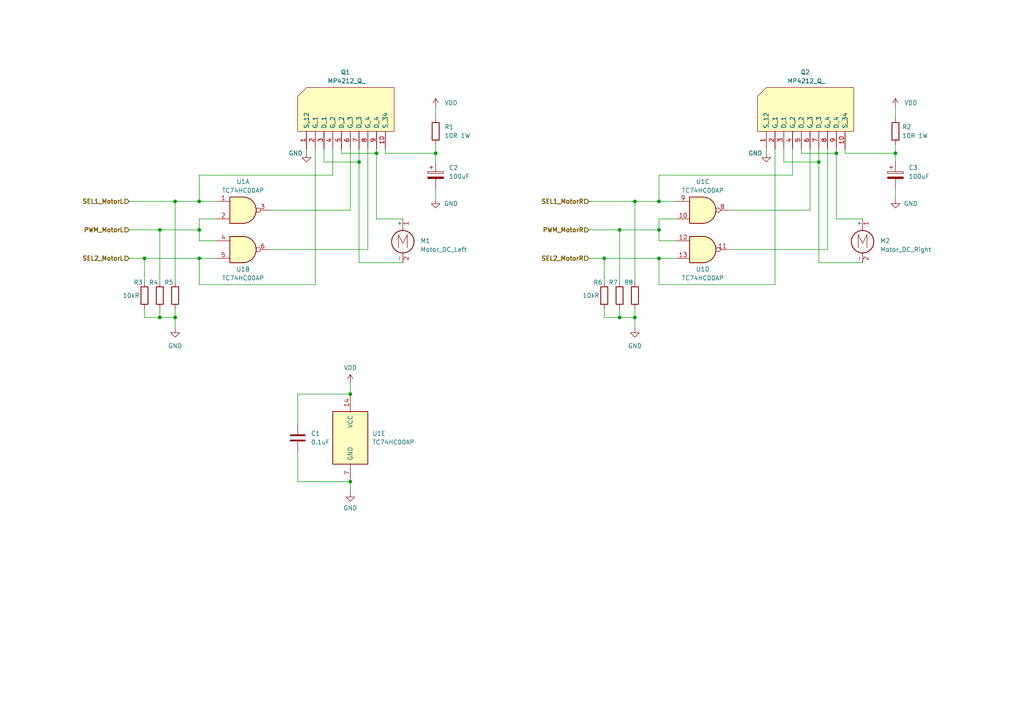
<source format=kicad_sch>
(kicad_sch (version 20230121) (generator eeschema)
  (paper "A4")
  (title_block (title "LineTracer-Practice-MotorDrive") (date "2023-06-18") (rev "ALPHA") (company "KCCTD4-8") (comment 1 "*Unless otherwise noted, resistors used are 1/4W resistors.") (comment 2 ">>>UNCHECKED CIRCUIT<<<"))
  (lib_symbols
    (symbol "74xx:74HC00" (pin_names (offset 1.016))
      (property "Reference" "U" (at 0 1.27 0))
      (property "Value" "74HC00" (at 0 -1.27 0))
      (symbol "74HC00_1_1"
        (arc (start 0 -3.81) (mid 3.7934 0) (end 0 3.81) (stroke (width 0.254)) (fill (type background)))
        (polyline (pts (xy 0 3.81) (xy -3.81 3.81) (xy -3.81 -3.81) (xy 0 -3.81)) (stroke (width 0.254)) (fill (type background)))
        (pin input line (at -7.62 2.54 0) (length 3.81) (name "~") (number "1"))
        (pin input line (at -7.62 -2.54 0) (length 3.81) (name "~") (number "2"))
        (pin output inverted (at 7.62 0 180) (length 3.81) (name "~") (number "3"))
      )
      (symbol "74HC00_1_2"
        (arc (start -3.81 -3.81) (mid -2.589 0) (end -3.81 3.81) (stroke (width 0.254)))
        (arc (start -0.6096 -3.81) (mid 2.1842 -2.5851) (end 3.81 0) (stroke (width 0.254)) (fill (type background)))
        (polyline (pts (xy -3.81 -3.81) (xy -0.635 -3.81)) (stroke (width 0.254)) (fill (type background)))
        (polyline (pts (xy -3.81 3.81) (xy -0.635 3.81)) (stroke (width 0.254)) (fill (type background)))
        (polyline (pts (xy -0.635 3.81) (xy -3.81 3.81) (xy -3.81 3.81) (xy -3.556 3.4036) (xy -3.0226 2.2606) (xy -2.6924 1.0414) (xy -2.6162 -0.254) (xy -2.7686 -1.4986) (xy -3.175 -2.7178) (xy -3.81 -3.81) (xy -3.81 -3.81) (xy -0.635 -3.81)) (stroke (width -25.4)) (fill (type background)))
        (arc (start 3.81 0) (mid 2.1915 2.5936) (end -0.6096 3.81) (stroke (width 0.254)) (fill (type background)))
        (pin input inverted (at -7.62 2.54 0) (length 4.318) (name "~") (number "1"))
        (pin input inverted (at -7.62 -2.54 0) (length 4.318) (name "~") (number "2"))
        (pin output line (at 7.62 0 180) (length 3.81) (name "~") (number "3"))
      )
      (symbol "74HC00_2_1"
        (arc (start 0 -3.81) (mid 3.7934 0) (end 0 3.81) (stroke (width 0.254)) (fill (type background)))
        (polyline (pts (xy 0 3.81) (xy -3.81 3.81) (xy -3.81 -3.81) (xy 0 -3.81)) (stroke (width 0.254)) (fill (type background)))
        (pin input line (at -7.62 2.54 0) (length 3.81) (name "~") (number "4"))
        (pin input line (at -7.62 -2.54 0) (length 3.81) (name "~") (number "5"))
        (pin output inverted (at 7.62 0 180) (length 3.81) (name "~") (number "6"))
      )
      (symbol "74HC00_2_2"
        (arc (start -3.81 -3.81) (mid -2.589 0) (end -3.81 3.81) (stroke (width 0.254)))
        (arc (start -0.6096 -3.81) (mid 2.1842 -2.5851) (end 3.81 0) (stroke (width 0.254)) (fill (type background)))
        (polyline (pts (xy -3.81 -3.81) (xy -0.635 -3.81)) (stroke (width 0.254)) (fill (type background)))
        (polyline (pts (xy -3.81 3.81) (xy -0.635 3.81)) (stroke (width 0.254)) (fill (type background)))
        (polyline (pts (xy -0.635 3.81) (xy -3.81 3.81) (xy -3.81 3.81) (xy -3.556 3.4036) (xy -3.0226 2.2606) (xy -2.6924 1.0414) (xy -2.6162 -0.254) (xy -2.7686 -1.4986) (xy -3.175 -2.7178) (xy -3.81 -3.81) (xy -3.81 -3.81) (xy -0.635 -3.81)) (stroke (width -25.4)) (fill (type background)))
        (arc (start 3.81 0) (mid 2.1915 2.5936) (end -0.6096 3.81) (stroke (width 0.254)) (fill (type background)))
        (pin input inverted (at -7.62 2.54 0) (length 4.318) (name "~") (number "4"))
        (pin input inverted (at -7.62 -2.54 0) (length 4.318) (name "~") (number "5"))
        (pin output line (at 7.62 0 180) (length 3.81) (name "~") (number "6"))
      )
      (symbol "74HC00_3_1"
        (arc (start 0 -3.81) (mid 3.7934 0) (end 0 3.81) (stroke (width 0.254)) (fill (type background)))
        (polyline (pts (xy 0 3.81) (xy -3.81 3.81) (xy -3.81 -3.81) (xy 0 -3.81)) (stroke (width 0.254)) (fill (type background)))
        (pin input line (at -7.62 -2.54 0) (length 3.81) (name "~") (number "10"))
        (pin output inverted (at 7.62 0 180) (length 3.81) (name "~") (number "8"))
        (pin input line (at -7.62 2.54 0) (length 3.81) (name "~") (number "9"))
      )
      (symbol "74HC00_3_2"
        (arc (start -3.81 -3.81) (mid -2.589 0) (end -3.81 3.81) (stroke (width 0.254)))
        (arc (start -0.6096 -3.81) (mid 2.1842 -2.5851) (end 3.81 0) (stroke (width 0.254)) (fill (type background)))
        (polyline (pts (xy -3.81 -3.81) (xy -0.635 -3.81)) (stroke (width 0.254)) (fill (type background)))
        (polyline (pts (xy -3.81 3.81) (xy -0.635 3.81)) (stroke (width 0.254)) (fill (type background)))
        (polyline (pts (xy -0.635 3.81) (xy -3.81 3.81) (xy -3.81 3.81) (xy -3.556 3.4036) (xy -3.0226 2.2606) (xy -2.6924 1.0414) (xy -2.6162 -0.254) (xy -2.7686 -1.4986) (xy -3.175 -2.7178) (xy -3.81 -3.81) (xy -3.81 -3.81) (xy -0.635 -3.81)) (stroke (width -25.4)) (fill (type background)))
        (arc (start 3.81 0) (mid 2.1915 2.5936) (end -0.6096 3.81) (stroke (width 0.254)) (fill (type background)))
        (pin input inverted (at -7.62 -2.54 0) (length 4.318) (name "~") (number "10"))
        (pin output line (at 7.62 0 180) (length 3.81) (name "~") (number "8"))
        (pin input inverted (at -7.62 2.54 0) (length 4.318) (name "~") (number "9"))
      )
      (symbol "74HC00_4_1"
        (arc (start 0 -3.81) (mid 3.7934 0) (end 0 3.81) (stroke (width 0.254)) (fill (type background)))
        (polyline (pts (xy 0 3.81) (xy -3.81 3.81) (xy -3.81 -3.81) (xy 0 -3.81)) (stroke (width 0.254)) (fill (type background)))
        (pin output inverted (at 7.62 0 180) (length 3.81) (name "~") (number "11"))
        (pin input line (at -7.62 2.54 0) (length 3.81) (name "~") (number "12"))
        (pin input line (at -7.62 -2.54 0) (length 3.81) (name "~") (number "13"))
      )
      (symbol "74HC00_4_2"
        (arc (start -3.81 -3.81) (mid -2.589 0) (end -3.81 3.81) (stroke (width 0.254)))
        (arc (start -0.6096 -3.81) (mid 2.1842 -2.5851) (end 3.81 0) (stroke (width 0.254)) (fill (type background)))
        (polyline (pts (xy -3.81 -3.81) (xy -0.635 -3.81)) (stroke (width 0.254)) (fill (type background)))
        (polyline (pts (xy -3.81 3.81) (xy -0.635 3.81)) (stroke (width 0.254)) (fill (type background)))
        (polyline (pts (xy -0.635 3.81) (xy -3.81 3.81) (xy -3.81 3.81) (xy -3.556 3.4036) (xy -3.0226 2.2606) (xy -2.6924 1.0414) (xy -2.6162 -0.254) (xy -2.7686 -1.4986) (xy -3.175 -2.7178) (xy -3.81 -3.81) (xy -3.81 -3.81) (xy -0.635 -3.81)) (stroke (width -25.4)) (fill (type background)))
        (arc (start 3.81 0) (mid 2.1915 2.5936) (end -0.6096 3.81) (stroke (width 0.254)) (fill (type background)))
        (pin output line (at 7.62 0 180) (length 3.81) (name "~") (number "11"))
        (pin input inverted (at -7.62 2.54 0) (length 4.318) (name "~") (number "12"))
        (pin input inverted (at -7.62 -2.54 0) (length 4.318) (name "~") (number "13"))
      )
      (symbol "74HC00_5_0"
        (pin power_in line (at 0 12.7 270) (length 5.08) (name "VCC") (number "14"))
        (pin power_in line (at 0 -12.7 90) (length 5.08) (name "GND") (number "7"))
      )
      (symbol "74HC00_5_1"
        (rectangle (start -5.08 7.62) (end 5.08 -7.62) (stroke (width 0.254)) (fill (type background)))
      )
    )
    (symbol "Device:C" (pin_numbers hide) (pin_names (offset 0.254))
      (property "Reference" "C" (at 0.635 2.54 0))
      (property "Value" "C" (at 0.635 -2.54 0))
      (symbol "C_0_1"
        (polyline (pts (xy -2.032 -0.762) (xy 2.032 -0.762)) (stroke (width 0.508)))
        (polyline (pts (xy -2.032 0.762) (xy 2.032 0.762)) (stroke (width 0.508)))
      )
      (symbol "C_1_1"
        (pin passive line (at 0 3.81 270) (length 2.794) (name "~") (number "1"))
        (pin passive line (at 0 -3.81 90) (length 2.794) (name "~") (number "2"))
      )
    )
    (symbol "Device:C_Polarized" (pin_numbers hide) (pin_names (offset 0.254))
      (property "Reference" "C" (at 0.635 2.54 0))
      (property "Value" "C_Polarized" (at 0.635 -2.54 0))
      (symbol "C_Polarized_0_1"
        (rectangle (start -2.286 0.508) (end 2.286 1.016))
        (polyline (pts (xy -1.778 2.286) (xy -0.762 2.286)))
        (polyline (pts (xy -1.27 2.794) (xy -1.27 1.778)))
        (rectangle (start 2.286 -0.508) (end -2.286 -1.016) (fill (type outline)))
      )
      (symbol "C_Polarized_1_1"
        (pin passive line (at 0 3.81 270) (length 2.794) (name "~") (number "1"))
        (pin passive line (at 0 -3.81 90) (length 2.794) (name "~") (number "2"))
      )
    )
    (symbol "Device:R" (pin_numbers hide) (pin_names (offset 0))
      (property "Reference" "R" (at 2.032 0 90))
      (property "Value" "R" (at 0 0 90))
      (symbol "R_0_1"
        (rectangle (start -1.016 -2.54) (end 1.016 2.54) (stroke (width 0.254)))
      )
      (symbol "R_1_1"
        (pin passive line (at 0 3.81 270) (length 1.27) (name "~") (number "1"))
        (pin passive line (at 0 -3.81 90) (length 1.27) (name "~") (number "2"))
      )
    )
    (symbol "MP4212_Q__1" (pin_names (offset 0.762))
      (property "Reference" "Q1" (at 22.225 -12.7 90))
      (property "Value" "MP4212_Q_" (at 19.685 -17.145 90))
      (symbol "MP4212_Q__1_0_0"
        (pin passive line (at 0 -2.54 0) (length 5.08) (name "G_1") (number "2"))
        (pin passive line (at 0 -5.08 0) (length 5.08) (name "D_1") (number "3"))
        (pin passive line (at 0 -7.62 0) (length 5.08) (name "G_2") (number "4"))
        (pin passive line (at 0 -12.7 0) (length 5.08) (name "G_3") (number "6"))
        (pin passive line (at 0 -17.78 0) (length 5.08) (name "G_4") (number "8"))
      )
      (symbol "MP4212_Q__1_1_0"
        (pin passive line (at 0 0 0) (length 5.08) (name "S_12") (number "1"))
        (pin passive line (at 0 -22.86 0) (length 5.08) (name "S_34") (number "10"))
        (pin passive line (at 0 -10.16 0) (length 5.08) (name "D_2") (number "5"))
        (pin passive line (at 0 -15.24 0) (length 5.08) (name "D_3") (number "7"))
        (pin passive line (at 0 -20.32 0) (length 5.08) (name "D_4") (number "9"))
      )
      (symbol "MP4212_Q__1_1_1"
        (polyline (pts (xy 5.08 -25.4) (xy 5.08 2.54) (xy 15.24 2.54) (xy 17.78 0) (xy 17.78 -25.4) (xy 5.08 -25.4)) (fill (type background)))
      )
    )
    (symbol "Motor:Motor_DC" (pin_names (offset 0))
      (property "Reference" "M" (at 2.54 2.54 0))
      (property "Value" "Motor_DC" (at 2.54 -5.08 0))
      (symbol "Motor_DC_0_0"
        (polyline (pts (xy -1.27 -3.302) (xy -1.27 0.508) (xy 0 -2.032) (xy 1.27 0.508) (xy 1.27 -3.302)))
      )
      (symbol "Motor_DC_0_1"
        (circle (center 0 -1.524) (radius 3.2512) (stroke (width 0.254)))
        (polyline (pts (xy 0 -7.62) (xy 0 -7.112)))
        (polyline (pts (xy 0 -4.7752) (xy 0 -5.1816)))
        (polyline (pts (xy 0 1.7272) (xy 0 2.0828)))
        (polyline (pts (xy 0 2.032) (xy 0 2.54)))
      )
      (symbol "Motor_DC_1_1"
        (pin passive line (at 0 5.08 270) (length 2.54) (name "+") (number "1"))
        (pin passive line (at 0 -7.62 90) (length 2.54) (name "-") (number "2"))
      )
    )
    (symbol "power:GND" (power) (pin_names (offset 0))
      (property "Value" "GND" (at 0 -3.81 0))
      (symbol "GND_0_1"
        (polyline (pts (xy 0 0) (xy 0 -1.27) (xy 1.27 -1.27) (xy 0 -2.54) (xy -1.27 -1.27) (xy 0 -1.27)))
      )
      (symbol "GND_1_1"
        (pin power_in line (at 0 0 270) (length 0) hide (name "GND") (number "1"))
      )
    )
    (symbol "power:VDD" (power) (pin_names (offset 0))
      (property "Value" "VDD" (at 0 3.81 0))
      (symbol "VDD_0_1"
        (polyline (pts (xy -0.762 1.27) (xy 0 2.54)))
        (polyline (pts (xy 0 0) (xy 0 2.54)))
        (polyline (pts (xy 0 2.54) (xy 0.762 1.27)))
      )
      (symbol "VDD_1_1"
        (pin power_in line (at 0 0 90) (length 0) hide (name "VDD") (number "1"))
      )
    )
  )
  (junction (at 101.6 139.7))
  (junction (at 57.785 58.42))
  (junction (at 101.6 114.3))
  (junction (at 57.785 74.93))
  (junction (at 237.49 46.99))
  (junction (at 184.15 58.42))
  (junction (at 109.22 44.45))
  (junction (at 57.785 66.675))
  (junction (at 46.355 66.675))
  (junction (at 184.15 92.075))
  (junction (at 191.135 74.93))
  (junction (at 104.14 46.99))
  (junction (at 126.365 44.45))
  (junction (at 46.355 92.075))
  (junction (at 50.8 92.075))
  (junction (at 41.91 74.93))
  (junction (at 259.715 44.45))
  (junction (at 242.57 44.45))
  (junction (at 191.135 66.675))
  (junction (at 191.135 58.42))
  (junction (at 175.26 74.93))
  (junction (at 50.8 58.42))
  (junction (at 179.705 92.075))
  (junction (at 179.705 66.675))
  (wire (pts (xy 184.15 95.25) (xy 184.15 92.075)))
  (wire (pts (xy 57.785 74.93) (xy 62.865 74.93)))
  (wire (pts (xy 229.87 43.18) (xy 229.87 50.8)))
  (wire (pts (xy 37.465 58.42) (xy 50.8 58.42)))
  (wire (pts (xy 46.355 89.535) (xy 46.355 92.075)))
  (wire (pts (xy 237.49 46.99) (xy 237.49 43.18)))
  (wire (pts (xy 211.455 72.39) (xy 240.03 72.39)))
  (wire (pts (xy 242.57 43.18) (xy 242.57 44.45)))
  (wire (pts (xy 126.365 57.785) (xy 126.365 54.61)))
  (wire (pts (xy 57.785 69.85) (xy 57.785 66.675)))
  (wire (pts (xy 57.785 66.675) (xy 57.785 63.5)))
  (wire (pts (xy 46.355 66.675) (xy 46.355 81.915)))
  (wire (pts (xy 101.6 111.125) (xy 101.6 114.3)))
  (wire (pts (xy 109.22 44.45) (xy 109.22 63.5)))
  (wire (pts (xy 245.11 44.45) (xy 245.11 43.18)))
  (wire (pts (xy 37.465 74.93) (xy 41.91 74.93)))
  (wire (pts (xy 250.19 76.2) (xy 237.49 76.2)))
  (wire (pts (xy 99.06 44.45) (xy 99.06 43.18)))
  (wire (pts (xy 86.36 130.81) (xy 86.36 139.7)))
  (wire (pts (xy 222.25 44.45) (xy 222.25 43.18)))
  (wire (pts (xy 37.465 66.675) (xy 46.355 66.675)))
  (wire (pts (xy 57.785 50.8) (xy 57.785 58.42)))
  (wire (pts (xy 57.785 58.42) (xy 62.865 58.42)))
  (wire (pts (xy 111.76 44.45) (xy 111.76 43.18)))
  (wire (pts (xy 96.52 43.18) (xy 96.52 50.8)))
  (wire (pts (xy 62.865 69.85) (xy 57.785 69.85)))
  (wire (pts (xy 242.57 44.45) (xy 232.41 44.45)))
  (wire (pts (xy 41.91 74.93) (xy 57.785 74.93)))
  (wire (pts (xy 109.22 63.5) (xy 116.84 63.5)))
  (wire (pts (xy 126.365 31.115) (xy 126.365 34.29)))
  (wire (pts (xy 57.785 63.5) (xy 62.865 63.5)))
  (wire (pts (xy 91.44 82.55) (xy 57.785 82.55)))
  (wire (pts (xy 78.105 60.96) (xy 101.6 60.96)))
  (wire (pts (xy 179.705 66.675) (xy 179.705 81.915)))
  (wire (pts (xy 86.36 139.7) (xy 101.6 139.7)))
  (wire (pts (xy 179.705 89.535) (xy 179.705 92.075)))
  (wire (pts (xy 191.135 63.5) (xy 196.215 63.5)))
  (wire (pts (xy 242.57 63.5) (xy 250.19 63.5)))
  (wire (pts (xy 46.355 92.075) (xy 50.8 92.075)))
  (wire (pts (xy 245.11 44.45) (xy 259.715 44.45)))
  (wire (pts (xy 86.36 114.3) (xy 101.6 114.3)))
  (wire (pts (xy 259.715 41.91) (xy 259.715 44.45)))
  (wire (pts (xy 227.33 43.18) (xy 227.33 46.99)))
  (wire (pts (xy 109.22 44.45) (xy 99.06 44.45)))
  (wire (pts (xy 111.76 44.45) (xy 126.365 44.45)))
  (wire (pts (xy 116.84 76.2) (xy 104.14 76.2)))
  (wire (pts (xy 41.91 74.93) (xy 41.91 81.915)))
  (wire (pts (xy 86.36 123.19) (xy 86.36 114.3)))
  (wire (pts (xy 88.9 44.45) (xy 88.9 43.18)))
  (wire (pts (xy 126.365 46.99) (xy 126.365 44.45)))
  (wire (pts (xy 191.135 50.8) (xy 191.135 58.42)))
  (wire (pts (xy 196.215 69.85) (xy 191.135 69.85)))
  (wire (pts (xy 227.33 46.99) (xy 237.49 46.99)))
  (wire (pts (xy 234.95 60.96) (xy 234.95 43.18)))
  (wire (pts (xy 191.135 74.93) (xy 196.215 74.93)))
  (wire (pts (xy 184.15 89.535) (xy 184.15 92.075)))
  (wire (pts (xy 57.785 74.93) (xy 57.785 82.55)))
  (wire (pts (xy 93.98 43.18) (xy 93.98 46.99)))
  (wire (pts (xy 50.8 89.535) (xy 50.8 92.075)))
  (wire (pts (xy 101.6 142.875) (xy 101.6 139.7)))
  (wire (pts (xy 179.705 66.675) (xy 191.135 66.675)))
  (wire (pts (xy 175.26 92.075) (xy 179.705 92.075)))
  (wire (pts (xy 170.815 66.675) (xy 179.705 66.675)))
  (wire (pts (xy 41.91 92.075) (xy 46.355 92.075)))
  (wire (pts (xy 259.715 31.115) (xy 259.715 34.29)))
  (wire (pts (xy 104.14 46.99) (xy 104.14 43.18)))
  (wire (pts (xy 50.8 58.42) (xy 57.785 58.42)))
  (wire (pts (xy 191.135 66.675) (xy 191.135 63.5)))
  (wire (pts (xy 242.57 44.45) (xy 242.57 63.5)))
  (wire (pts (xy 191.135 74.93) (xy 191.135 82.55)))
  (wire (pts (xy 179.705 92.075) (xy 184.15 92.075)))
  (wire (pts (xy 175.26 74.93) (xy 175.26 81.915)))
  (wire (pts (xy 46.355 66.675) (xy 57.785 66.675)))
  (wire (pts (xy 50.8 58.42) (xy 50.8 81.915)))
  (wire (pts (xy 93.98 46.99) (xy 104.14 46.99)))
  (wire (pts (xy 96.52 50.8) (xy 57.785 50.8)))
  (wire (pts (xy 184.15 58.42) (xy 184.15 81.915)))
  (wire (pts (xy 104.14 76.2) (xy 104.14 46.99)))
  (wire (pts (xy 109.22 43.18) (xy 109.22 44.45)))
  (wire (pts (xy 191.135 58.42) (xy 196.215 58.42)))
  (wire (pts (xy 232.41 44.45) (xy 232.41 43.18)))
  (wire (pts (xy 175.26 89.535) (xy 175.26 92.075)))
  (wire (pts (xy 229.87 50.8) (xy 191.135 50.8)))
  (wire (pts (xy 211.455 60.96) (xy 234.95 60.96)))
  (wire (pts (xy 237.49 76.2) (xy 237.49 46.99)))
  (wire (pts (xy 175.26 74.93) (xy 191.135 74.93)))
  (wire (pts (xy 224.79 43.18) (xy 224.79 82.55)))
  (wire (pts (xy 259.715 57.785) (xy 259.715 54.61)))
  (wire (pts (xy 170.815 58.42) (xy 184.15 58.42)))
  (wire (pts (xy 78.105 72.39) (xy 106.68 72.39)))
  (wire (pts (xy 106.68 43.18) (xy 106.68 72.39)))
  (wire (pts (xy 224.79 82.55) (xy 191.135 82.55)))
  (wire (pts (xy 170.815 74.93) (xy 175.26 74.93)))
  (wire (pts (xy 91.44 43.18) (xy 91.44 82.55)))
  (wire (pts (xy 240.03 43.18) (xy 240.03 72.39)))
  (wire (pts (xy 101.6 60.96) (xy 101.6 43.18)))
  (wire (pts (xy 50.8 95.25) (xy 50.8 92.075)))
  (wire (pts (xy 191.135 69.85) (xy 191.135 66.675)))
  (wire (pts (xy 41.91 89.535) (xy 41.91 92.075)))
  (wire (pts (xy 259.715 46.99) (xy 259.715 44.45)))
  (wire (pts (xy 126.365 41.91) (xy 126.365 44.45)))
  (wire (pts (xy 184.15 58.42) (xy 191.135 58.42)))
  (hierarchical_label "PWM_MotorR" (shape input) (at 170.815 66.675 180) (effects (font bold)))
  (hierarchical_label "SEL1_MotorL" (shape input) (at 37.465 58.42 180) (effects (font bold)))
  (hierarchical_label "SEL2_MotorL" (shape input) (at 37.465 74.93 180) (effects (font bold)))
  (hierarchical_label "SEL2_MotorR" (shape input) (at 170.815 74.93 180) (effects (font bold)))
  (hierarchical_label "PWM_MotorL" (shape input) (at 37.465 66.675 180) (effects (font bold)))
  (hierarchical_label "SEL1_MotorR" (shape input) (at 170.815 58.42 180) (effects (font bold)))
  (symbol (lib_id "Device:R") (at 50.8 85.725 0) (unit 1)
    (property "Reference" "R5" (at 47.625 81.915 0) (effects (justify left)))
    (property "Value" "10kΩ" (effects hide))
  )
  (symbol (lib_id "Device:R") (at 184.15 85.725 0) (unit 1)
    (property "Reference" "R8" (at 180.975 81.915 0) (effects (justify left)))
    (property "Value" "10kΩ" (effects hide))
  )
  (symbol (lib_id "Motor:Motor_DC") (at 250.19 68.58 0) (unit 1)
    (property "Reference" "M2" (at 255.27 69.85 0) (effects (justify left)))
    (property "Value" "Motor_DC_Right" (at 255.27 72.39 0) (effects (justify left)))
  )
  (symbol (lib_id "Device:C_Polarized") (at 259.715 50.8 0) (unit 1)
    (property "Reference" "C3" (at 263.525 48.641 0) (effects (justify left)))
    (property "Value" "100uF" (at 263.525 51.181 0) (effects (justify left)))
  )
  (symbol (lib_id "Device:C_Polarized") (at 126.365 50.8 0) (unit 1)
    (property "Reference" "C2" (at 130.175 48.641 0) (effects (justify left)))
    (property "Value" "100uF" (at 130.175 51.181 0) (effects (justify left)))
  )
  (symbol (lib_id "74xx:74HC00") (at 70.485 72.39 0) (unit 2)
    (property "Reference" "U1" (at 70.485 78.105 0))
    (property "Value" "TC74HC00AP" (at 70.485 80.645 0))
    (property "Datasheet" "http://www.ti.com/lit/gpn/sn74hc00" (effects hide))
  )
  (symbol (lib_name "MP4212_Q__1") (lib_id "SamacSys:MP4212_Q_") (at 88.9 43.18 90) (unit 1)
    (property "Reference" "Q1" (at 101.6 20.955 90) (effects (justify left)))
    (property "Value" "MP4212_Q_" (at 106.045 23.495 90) (effects (justify left)))
    (property "Footprint" "Samacsys:MP4212Q" (effects hide))
    (property "Datasheet" "https://toshiba-semicon-storage.com/info/docget.jsp?did=15989&prodName=MP4212" (effects hide))
    (property "Description" "Quad N/P-Channel MOSFET Module, 5 A, 60 V, 10-Pin SIP" (effects hide))
    (property "Height" "9.2" (effects hide))
    (property "RS Part Number" "6012958" (effects hide))
    (property "RS Price/Stock" "https://uk.rs-online.com/web/p/products/6012958" (effects hide))
    (property "Manufacturer_Name" "Toshiba" (effects hide))
    (property "Manufacturer_Part_Number" "MP4212(Q)" (effects hide))
  )
  (symbol (lib_id "power:GND") (at 259.715 57.785 0) (unit 1)
    (property "Reference" "#PWR010" (effects hide))
    (property "Value" "GND" (at 264.16 59.055 0))
  )
  (symbol (lib_id "power:GND") (at 126.365 57.785 0) (unit 1)
    (property "Reference" "#PWR04" (effects hide))
    (property "Value" "GND" (at 130.81 59.055 0))
  )
  (symbol (lib_id "Device:C") (at 86.36 127 0) (unit 1)
    (property "Reference" "C1" (at 90.17 125.73 0) (effects (justify left)))
    (property "Value" "0.1uF" (at 90.17 128.27 0) (effects (justify left)))
  )
  (symbol (lib_id "power:VDD") (at 259.715 31.115 0) (unit 1)
    (property "Reference" "#PWR08" (effects hide))
    (property "Value" "VDD" (at 264.16 29.845 0))
  )
  (symbol (lib_id "power:GND") (at 50.8 95.25 0) (unit 1)
    (property "Reference" "#PWR09" (effects hide))
    (property "Value" "GND" (at 50.8 100.33 0))
  )
  (symbol (lib_id "Device:R") (at 41.91 85.725 0) (unit 1)
    (property "Reference" "R3" (at 38.735 81.915 0) (effects (justify left)))
    (property "Value" "10kR" (at 35.56 85.725 0) (effects (justify left)))
  )
  (symbol (lib_id "power:GND") (at 88.9 44.45 0) (unit 1)
    (property "Reference" "#PWR05" (effects hide))
    (property "Value" "GND" (at 85.725 44.45 0))
  )
  (symbol (lib_id "power:VDD") (at 101.6 111.125 0) (unit 1)
    (property "Reference" "#PWR01" (effects hide))
    (property "Value" "VDD" (at 101.6 106.68 0))
  )
  (symbol (lib_id "power:GND") (at 222.25 44.45 0) (unit 1)
    (property "Reference" "#PWR07" (effects hide))
    (property "Value" "GND" (at 219.075 44.45 0))
  )
  (symbol (lib_id "74xx:74HC00") (at 203.835 60.96 0) (unit 3)
    (property "Reference" "U1" (at 203.8267 52.705 0))
    (property "Value" "TC74HC00AP" (at 203.8267 55.245 0))
    (property "Datasheet" "http://www.ti.com/lit/gpn/sn74hc00" (effects hide))
  )
  (symbol (lib_id "power:VDD") (at 126.365 31.115 0) (unit 1)
    (property "Reference" "#PWR03" (effects hide))
    (property "Value" "VDD" (at 130.81 29.845 0))
  )
  (symbol (lib_id "Device:R") (at 126.365 38.1 0) (unit 1)
    (property "Reference" "R1" (at 128.905 36.83 0) (effects (justify left)))
    (property "Value" "10R 1W" (at 128.905 39.37 0) (effects (justify left)))
  )
  (symbol (lib_id "Device:R") (at 175.26 85.725 0) (unit 1)
    (property "Reference" "R6" (at 172.085 81.915 0) (effects (justify left)))
    (property "Value" "10kR" (at 168.91 85.725 0) (effects (justify left)))
  )
  (symbol (lib_id "74xx:74HC00") (at 203.835 72.39 0) (unit 4)
    (property "Reference" "U1" (at 203.835 78.105 0))
    (property "Value" "TC74HC00AP" (at 203.835 80.645 0))
    (property "Datasheet" "http://www.ti.com/lit/gpn/sn74hc00" (effects hide))
  )
  (symbol (lib_name "MP4212_Q__1") (lib_id "SamacSys:MP4212_Q_") (at 222.25 43.18 90) (unit 1)
    (property "Reference" "Q2" (at 234.95 20.955 90) (effects (justify left)))
    (property "Value" "MP4212_Q_" (at 239.395 23.495 90) (effects (justify left)))
    (property "Footprint" "Samacsys:MP4212Q" (effects hide))
    (property "Datasheet" "https://toshiba-semicon-storage.com/info/docget.jsp?did=15989&prodName=MP4212" (effects hide))
    (property "Description" "Quad N/P-Channel MOSFET Module, 5 A, 60 V, 10-Pin SIP" (effects hide))
    (property "Height" "9.2" (effects hide))
    (property "RS Part Number" "6012958" (effects hide))
    (property "RS Price/Stock" "https://uk.rs-online.com/web/p/products/6012958" (effects hide))
    (property "Manufacturer_Name" "Toshiba" (effects hide))
    (property "Manufacturer_Part_Number" "MP4212(Q)" (effects hide))
  )
  (symbol (lib_id "Device:R") (at 259.715 38.1 0) (unit 1)
    (property "Reference" "R2" (at 261.62 36.83 0) (effects (justify left)))
    (property "Value" "10R 1W" (at 261.62 39.37 0) (effects (justify left)))
  )
  (symbol (lib_id "power:GND") (at 101.6 142.875 0) (unit 1)
    (property "Reference" "#PWR02" (effects hide))
    (property "Value" "GND" (at 101.6 147.32 0))
  )
  (symbol (lib_id "Device:R") (at 179.705 85.725 0) (unit 1)
    (property "Reference" "R7" (at 176.53 81.915 0) (effects (justify left)))
    (property "Value" "10kΩ" (effects hide))
  )
  (symbol (lib_id "74xx:74HC00") (at 101.6 127 0) (unit 5)
    (property "Reference" "U1" (at 107.95 125.73 0) (effects (justify left)))
    (property "Value" "TC74HC00AP" (at 107.95 128.27 0) (effects (justify left)))
    (property "Datasheet" "http://www.ti.com/lit/gpn/sn74hc00" (effects hide))
  )
  (symbol (lib_id "74xx:74HC00") (at 70.485 60.96 0) (unit 1)
    (property "Reference" "U1" (at 70.4767 52.705 0))
    (property "Value" "TC74HC00AP" (at 70.4767 55.245 0))
    (property "Datasheet" "http://www.ti.com/lit/gpn/sn74hc00" (effects hide))
  )
  (symbol (lib_id "power:GND") (at 184.15 95.25 0) (unit 1)
    (property "Reference" "#PWR06" (effects hide))
    (property "Value" "GND" (at 184.15 100.33 0))
  )
  (symbol (lib_id "Device:R") (at 46.355 85.725 0) (unit 1)
    (property "Reference" "R4" (at 43.18 81.915 0) (effects (justify left)))
    (property "Value" "10kΩ" (effects hide))
  )
  (symbol (lib_id "Motor:Motor_DC") (at 116.84 68.58 0) (unit 1)
    (property "Reference" "M1" (at 121.92 69.85 0) (effects (justify left)))
    (property "Value" "Motor_DC_Left" (at 121.92 72.39 0) (effects (justify left)))
  )
)
</source>
